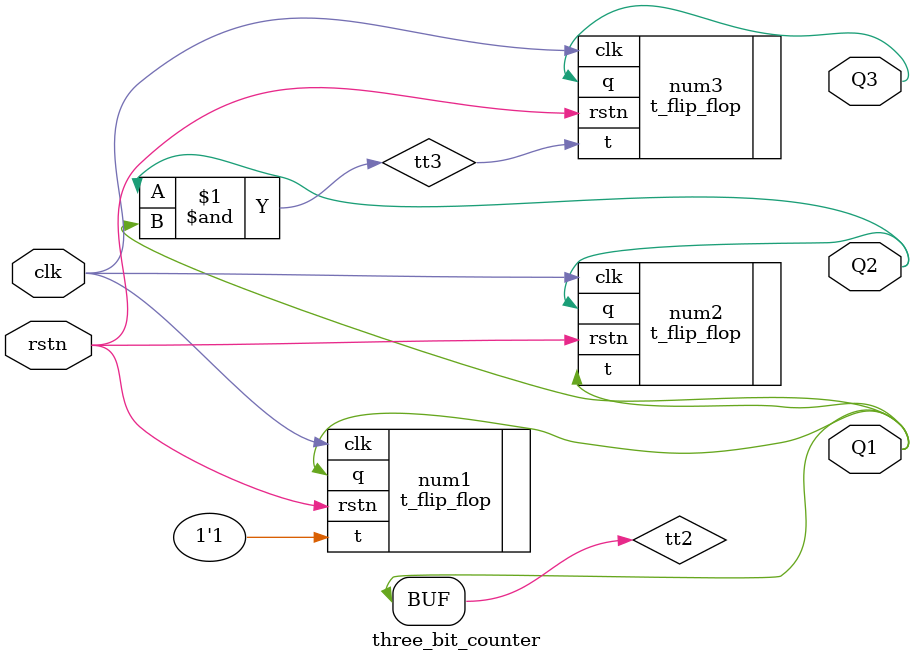
<source format=v>
`timescale 1ns / 1ps


module three_bit_counter(
input clk,
input rstn,
output Q1,
output Q2,
output Q3

);

wire tt2;
wire tt3;

t_flip_flop num1(.clk(clk), .rstn(rstn), .t(1'b1), .q(Q1));

assign tt2 = Q1;

t_flip_flop num2(.clk(clk), .rstn(rstn), .t(tt2), .q(Q2));

assign tt3 = Q2&(Q1);

t_flip_flop num3(.clk(clk), .rstn(rstn), .t(tt3), .q(Q3));


endmodule

</source>
